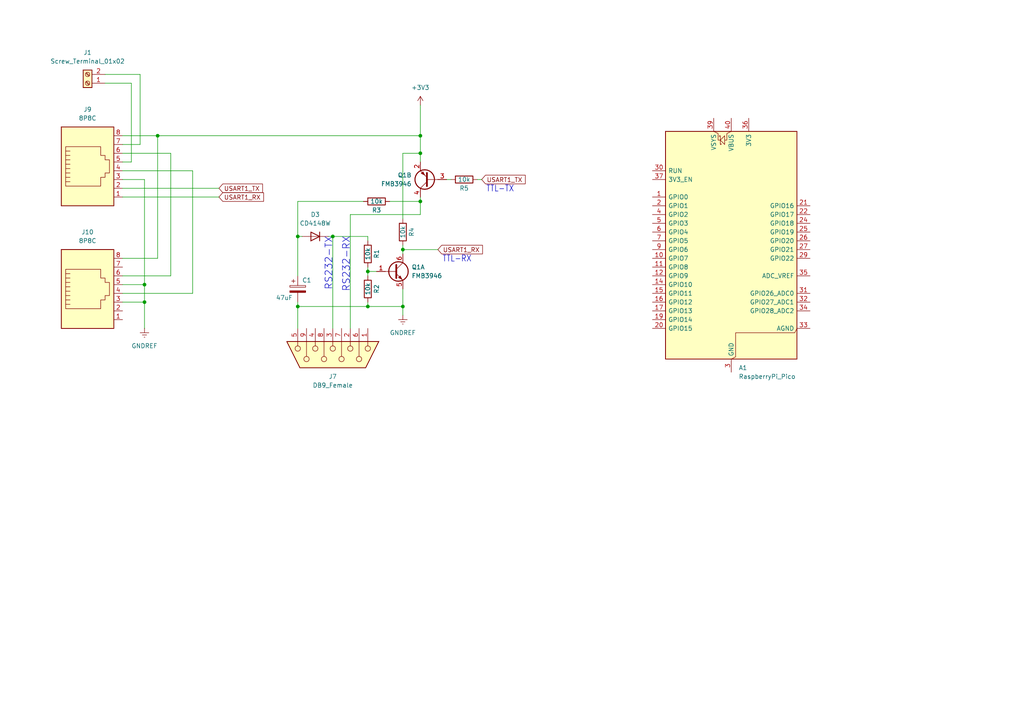
<source format=kicad_sch>
(kicad_sch (version 20250114) (generator "eeschema") (generator_version "9.0")
  (paper "A4")
  (lib_symbols
    (symbol "Connector:8P8C" (pin_names (offset 1.016))
      (property "Reference" "J" (at -5.08 13.97 0))
      (property "Value" "8P8C" (at 2.54 13.97 0))
      (symbol "8P8C_0_1"
        (polyline (pts (xy -6.35 1.905) (xy -5.08 1.905) (xy -5.08 1.905)))
        (polyline (pts (xy -6.35 0.635) (xy -5.08 0.635) (xy -5.08 0.635)))
        (polyline (pts (xy -6.35 -0.635) (xy -5.08 -0.635) (xy -5.08 -0.635)))
        (polyline (pts (xy -6.35 -1.905) (xy -5.08 -1.905) (xy -5.08 -1.905)))
        (polyline (pts (xy -6.35 -3.175) (xy -5.08 -3.175) (xy -5.08 -3.175)))
        (polyline (pts (xy -6.35 -4.445) (xy -6.35 6.985) (xy 3.81 6.985) (xy 3.81 4.445) (xy 5.08 4.445) (xy 5.08 3.175) (xy 6.35 3.175) (xy 6.35 -0.635) (xy 5.08 -0.635) (xy 5.08 -1.905) (xy 3.81 -1.905) (xy 3.81 -4.445) (xy -6.35 -4.445) (xy -6.35 -4.445)))
        (polyline (pts (xy -5.08 5.715) (xy -6.35 5.715)))
        (polyline (pts (xy -5.08 4.445) (xy -6.35 4.445)))
        (polyline (pts (xy -5.08 3.175) (xy -6.35 3.175) (xy -6.35 3.175)))
        (rectangle (start 7.62 12.7) (end -7.62 -10.16) (stroke (width 0.254)) (fill (type background)))
      )
      (symbol "8P8C_1_1"
        (pin passive line (at 10.16 10.16 180) (length 2.54) (name "~") (number "8"))
        (pin passive line (at 10.16 7.62 180) (length 2.54) (name "~") (number "7"))
        (pin passive line (at 10.16 5.08 180) (length 2.54) (name "~") (number "6"))
        (pin passive line (at 10.16 2.54 180) (length 2.54) (name "~") (number "5"))
        (pin passive line (at 10.16 0 180) (length 2.54) (name "~") (number "4"))
        (pin passive line (at 10.16 -2.54 180) (length 2.54) (name "~") (number "3"))
        (pin passive line (at 10.16 -5.08 180) (length 2.54) (name "~") (number "2"))
        (pin passive line (at 10.16 -7.62 180) (length 2.54) (name "~") (number "1"))
      )
    )
    (symbol "Connector:DB9_Female" (pin_names (offset 1.016) (hide yes))
      (property "Reference" "J" (at 0 13.97 0))
      (property "Value" "DB9_Female" (at 0 -14.605 0))
      (symbol "DB9_Female_0_1"
        (polyline (pts (xy -3.81 13.335) (xy -3.81 -13.335) (xy 3.81 -9.525) (xy 3.81 9.525) (xy -3.81 13.335)) (stroke (width 0.254)) (fill (type background)))
        (polyline (pts (xy -3.81 10.16) (xy -2.54 10.16)))
        (polyline (pts (xy -3.81 7.62) (xy 0.508 7.62)))
        (polyline (pts (xy -3.81 5.08) (xy -2.54 5.08)))
        (polyline (pts (xy -3.81 2.54) (xy 0.508 2.54)))
        (polyline (pts (xy -3.81 0) (xy -2.54 0)))
        (polyline (pts (xy -3.81 -2.54) (xy 0.508 -2.54)))
        (polyline (pts (xy -3.81 -5.08) (xy -2.54 -5.08)))
        (polyline (pts (xy -3.81 -7.62) (xy 0.508 -7.62)))
        (polyline (pts (xy -3.81 -10.16) (xy -2.54 -10.16)))
        (circle (center -1.778 10.16) (radius 0.762))
        (circle (center -1.778 5.08) (radius 0.762))
        (circle (center -1.778 0) (radius 0.762))
        (circle (center -1.778 -5.08) (radius 0.762))
        (circle (center -1.778 -10.16) (radius 0.762))
        (circle (center 1.27 7.62) (radius 0.762))
        (circle (center 1.27 2.54) (radius 0.762))
        (circle (center 1.27 -2.54) (radius 0.762))
        (circle (center 1.27 -7.62) (radius 0.762))
      )
      (symbol "DB9_Female_1_1"
        (pin passive line (at -7.62 10.16 0) (length 3.81) (name "1") (number "1"))
        (pin passive line (at -7.62 7.62 0) (length 3.81) (name "6") (number "6"))
        (pin passive line (at -7.62 5.08 0) (length 3.81) (name "2") (number "2"))
        (pin passive line (at -7.62 2.54 0) (length 3.81) (name "7") (number "7"))
        (pin passive line (at -7.62 0 0) (length 3.81) (name "3") (number "3"))
        (pin passive line (at -7.62 -2.54 0) (length 3.81) (name "8") (number "8"))
        (pin passive line (at -7.62 -5.08 0) (length 3.81) (name "4") (number "4"))
        (pin passive line (at -7.62 -7.62 0) (length 3.81) (name "9") (number "9"))
        (pin passive line (at -7.62 -10.16 0) (length 3.81) (name "5") (number "5"))
      )
    )
    (symbol "Connector:Screw_Terminal_01x02" (pin_names (offset 1.016) (hide yes))
      (property "Reference" "J" (at 0 2.54 0))
      (property "Value" "Screw_Terminal_01x02" (at 0 -5.08 0))
      (symbol "Screw_Terminal_01x02_1_1"
        (rectangle (start -1.27 1.27) (end 1.27 -3.81) (stroke (width 0.254)) (fill (type background)))
        (polyline (pts (xy -0.5334 0.3302) (xy 0.3302 -0.508)) (stroke (width 0.1524)))
        (polyline (pts (xy -0.5334 -2.2098) (xy 0.3302 -3.048)) (stroke (width 0.1524)))
        (polyline (pts (xy -0.3556 0.508) (xy 0.508 -0.3302)) (stroke (width 0.1524)))
        (polyline (pts (xy -0.3556 -2.032) (xy 0.508 -2.8702)) (stroke (width 0.1524)))
        (circle (center 0 0) (radius 0.635) (stroke (width 0.1524)))
        (circle (center 0 -2.54) (radius 0.635) (stroke (width 0.1524)))
        (pin passive line (at -5.08 0 0) (length 3.81) (name "Pin_1") (number "1"))
        (pin passive line (at -5.08 -2.54 0) (length 3.81) (name "Pin_2") (number "2"))
      )
    )
    (symbol "Device:C_Polarized" (pin_numbers (hide yes)) (pin_names (offset 0.254))
      (property "Reference" "C" (at 0.635 2.54 0))
      (property "Value" "C_Polarized" (at 0.635 -2.54 0))
      (symbol "C_Polarized_0_1"
        (rectangle (start -2.286 0.508) (end 2.286 1.016))
        (polyline (pts (xy -1.778 2.286) (xy -0.762 2.286)))
        (polyline (pts (xy -1.27 2.794) (xy -1.27 1.778)))
        (rectangle (start 2.286 -0.508) (end -2.286 -1.016) (fill (type outline)))
      )
      (symbol "C_Polarized_1_1"
        (pin passive line (at 0 3.81 270) (length 2.794) (name "~") (number "1"))
        (pin passive line (at 0 -3.81 90) (length 2.794) (name "~") (number "2"))
      )
    )
    (symbol "Device:R" (pin_numbers (hide yes)) (pin_names (offset 0))
      (property "Reference" "R" (at 2.032 0 90))
      (property "Value" "R" (at 0 0 90))
      (symbol "R_0_1"
        (rectangle (start -1.016 -2.54) (end 1.016 2.54) (stroke (width 0.254)))
      )
      (symbol "R_1_1"
        (pin passive line (at 0 3.81 270) (length 1.27) (name "~") (number "1"))
        (pin passive line (at 0 -3.81 90) (length 1.27) (name "~") (number "2"))
      )
    )
    (symbol "Diode:CD4148W" (pin_numbers (hide yes)) (pin_names (hide yes))
      (property "Reference" "D" (at 0 2.54 0))
      (property "Value" "CD4148W" (at 0 -2.54 0))
      (symbol "CD4148W_0_1"
        (polyline (pts (xy -1.27 1.27) (xy -1.27 -1.27)) (stroke (width 0.254)))
        (polyline (pts (xy 1.27 1.27) (xy 1.27 -1.27) (xy -1.27 0) (xy 1.27 1.27)) (stroke (width 0.254)))
        (polyline (pts (xy 1.27 0) (xy -1.27 0)))
      )
      (symbol "CD4148W_1_1"
        (pin passive line (at -3.81 0 0) (length 2.54) (name "K") (number "1"))
        (pin passive line (at 3.81 0 180) (length 2.54) (name "A") (number "2"))
      )
    )
    (symbol "MCU_Module:RaspberryPi_Pico" (pin_names (offset 0.762))
      (property "Reference" "A" (at -19.05 35.56 0))
      (property "Value" "RaspberryPi_Pico" (at 7.62 35.56 0))
      (symbol "RaspberryPi_Pico_0_1"
        (rectangle (start -19.05 34.29) (end 19.05 -31.75) (stroke (width 0.254)) (fill (type background)))
        (polyline (pts (xy -5.08 34.29) (xy -3.81 33.655) (xy -3.81 31.75) (xy -3.175 31.75)))
        (polyline (pts (xy -3.429 32.766) (xy -3.429 33.02) (xy -3.175 33.02) (xy -3.175 30.48) (xy -2.921 30.48) (xy -2.921 30.734)))
        (polyline (pts (xy -3.175 31.75) (xy -1.905 33.02) (xy -1.905 30.48) (xy -3.175 31.75)))
        (polyline (pts (xy 0 34.29) (xy -1.27 33.655) (xy -1.27 31.75) (xy -1.905 31.75)))
        (polyline (pts (xy 0 -31.75) (xy 1.27 -31.115) (xy 1.27 -24.13) (xy 18.415 -24.13) (xy 19.05 -22.86)))
      )
      (symbol "RaspberryPi_Pico_1_1"
        (pin passive line (at -22.86 22.86 0) (length 3.81) (name "RUN") (number "30"))
        (pin passive line (at -22.86 20.32 0) (length 3.81) (name "3V3_EN") (number "37"))
        (pin bidirectional line (at -22.86 15.24 0) (length 3.81) (name "GPIO0") (number "1"))
        (pin bidirectional line (at -22.86 12.7 0) (length 3.81) (name "GPIO1") (number "2"))
        (pin bidirectional line (at -22.86 10.16 0) (length 3.81) (name "GPIO2") (number "4"))
        (pin bidirectional line (at -22.86 7.62 0) (length 3.81) (name "GPIO3") (number "5"))
        (pin bidirectional line (at -22.86 5.08 0) (length 3.81) (name "GPIO4") (number "6"))
        (pin bidirectional line (at -22.86 2.54 0) (length 3.81) (name "GPIO5") (number "7"))
        (pin bidirectional line (at -22.86 0 0) (length 3.81) (name "GPIO6") (number "9"))
        (pin bidirectional line (at -22.86 -2.54 0) (length 3.81) (name "GPIO7") (number "10"))
        (pin bidirectional line (at -22.86 -5.08 0) (length 3.81) (name "GPIO8") (number "11"))
        (pin bidirectional line (at -22.86 -7.62 0) (length 3.81) (name "GPIO9") (number "12"))
        (pin bidirectional line (at -22.86 -10.16 0) (length 3.81) (name "GPIO10") (number "14"))
        (pin bidirectional line (at -22.86 -12.7 0) (length 3.81) (name "GPIO11") (number "15"))
        (pin bidirectional line (at -22.86 -15.24 0) (length 3.81) (name "GPIO12") (number "16"))
        (pin bidirectional line (at -22.86 -17.78 0) (length 3.81) (name "GPIO13") (number "17"))
        (pin bidirectional line (at -22.86 -20.32 0) (length 3.81) (name "GPIO14") (number "19"))
        (pin bidirectional line (at -22.86 -22.86 0) (length 3.81) (name "GPIO15") (number "20"))
        (pin power_in line (at -5.08 38.1 270) (length 3.81) (name "VSYS") (number "39"))
        (pin power_out line (at 0 38.1 270) (length 3.81) (name "VBUS") (number "40"))
        (pin passive line (at 0 -35.56 90) (length 3.81) (hide yes) (name "GND") (number "13"))
        (pin passive line (at 0 -35.56 90) (length 3.81) (hide yes) (name "GND") (number "18"))
        (pin passive line (at 0 -35.56 90) (length 3.81) (hide yes) (name "GND") (number "23"))
        (pin passive line (at 0 -35.56 90) (length 3.81) (hide yes) (name "GND") (number "28"))
        (pin power_out line (at 0 -35.56 90) (length 3.81) (name "GND") (number "3"))
        (pin passive line (at 0 -35.56 90) (length 3.81) (hide yes) (name "GND") (number "38"))
        (pin passive line (at 0 -35.56 90) (length 3.81) (hide yes) (name "GND") (number "8"))
        (pin power_out line (at 5.08 38.1 270) (length 3.81) (name "3V3") (number "36"))
        (pin bidirectional line (at 22.86 12.7 180) (length 3.81) (name "GPIO16") (number "21"))
        (pin bidirectional line (at 22.86 10.16 180) (length 3.81) (name "GPIO17") (number "22"))
        (pin bidirectional line (at 22.86 7.62 180) (length 3.81) (name "GPIO18") (number "24"))
        (pin bidirectional line (at 22.86 5.08 180) (length 3.81) (name "GPIO19") (number "25"))
        (pin bidirectional line (at 22.86 2.54 180) (length 3.81) (name "GPIO20") (number "26"))
        (pin bidirectional line (at 22.86 0 180) (length 3.81) (name "GPIO21") (number "27"))
        (pin bidirectional line (at 22.86 -2.54 180) (length 3.81) (name "GPIO22") (number "29"))
        (pin power_in line (at 22.86 -7.62 180) (length 3.81) (name "ADC_VREF") (number "35"))
        (pin bidirectional line (at 22.86 -12.7 180) (length 3.81) (name "GPIO26_ADC0") (number "31"))
        (pin bidirectional line (at 22.86 -15.24 180) (length 3.81) (name "GPIO27_ADC1") (number "32"))
        (pin bidirectional line (at 22.86 -17.78 180) (length 3.81) (name "GPIO28_ADC2") (number "34"))
        (pin power_out line (at 22.86 -22.86 180) (length 3.81) (name "AGND") (number "33"))
      )
    )
    (symbol "Transistor_BJT:FMB3946" (pin_names (offset 0) (hide yes))
      (property "Reference" "Q" (at 5.08 1.27 0))
      (property "Value" "FMB3946" (at 5.08 -1.27 0))
      (symbol "FMB3946_0_1"
        (polyline (pts (xy 0.635 0) (xy -2.54 0)))
        (circle (center 1.27 0) (radius 2.8194) (stroke (width 0.254)))
        (circle (center 1.27 0) (radius 2.8194) (stroke (width 0.254)))
      )
      (symbol "FMB3946_1_1"
        (polyline (pts (xy 0.635 1.905) (xy 0.635 -1.905) (xy 0.635 -1.905)) (stroke (width 0.508)))
        (polyline (pts (xy 0.635 0.635) (xy 2.54 2.54)))
        (polyline (pts (xy 0.635 -0.635) (xy 2.54 -2.54) (xy 2.54 -2.54)))
        (polyline (pts (xy 1.27 -1.778) (xy 1.778 -1.27) (xy 2.286 -2.286) (xy 1.27 -1.778) (xy 1.27 -1.778)) (fill (type outline)))
        (pin input line (at -5.08 0 0) (length 2.54) (name "B1") (number "1"))
        (pin passive line (at 2.54 5.08 270) (length 2.54) (name "C1") (number "6"))
        (pin passive line (at 2.54 -5.08 90) (length 2.54) (name "E1") (number "5"))
      )
      (symbol "FMB3946_2_1"
        (polyline (pts (xy 0.635 1.905) (xy 0.635 -1.905) (xy 0.635 -1.905)) (stroke (width 0.508)))
        (polyline (pts (xy 0.635 0.635) (xy 2.54 2.54)))
        (polyline (pts (xy 0.635 -0.635) (xy 2.54 -2.54) (xy 2.54 -2.54)))
        (polyline (pts (xy 2.286 -1.778) (xy 1.778 -2.286) (xy 1.27 -1.27) (xy 2.286 -1.778) (xy 2.286 -1.778)) (fill (type outline)))
        (pin input line (at -5.08 0 0) (length 2.54) (name "B2") (number "3"))
        (pin passive line (at 2.54 5.08 270) (length 2.54) (name "C2") (number "4"))
        (pin passive line (at 2.54 -5.08 90) (length 2.54) (name "E2") (number "2"))
      )
    )
    (symbol "power:+3V3" (power) (pin_numbers (hide yes)) (pin_names (offset 0) (hide yes))
      (property "Value" "+3V3" (at 0 3.556 0))
      (symbol "+3V3_0_1"
        (polyline (pts (xy -0.762 1.27) (xy 0 2.54)))
        (polyline (pts (xy 0 2.54) (xy 0.762 1.27)))
        (polyline (pts (xy 0 0) (xy 0 2.54)))
      )
      (symbol "+3V3_1_1"
        (pin power_in line (at 0 0 90) (length 0) (name "~") (number "1"))
      )
    )
    (symbol "power:GNDREF" (power) (pin_numbers (hide yes)) (pin_names (offset 0) (hide yes))
      (property "Value" "GNDREF" (at 0 -3.81 0))
      (symbol "GNDREF_0_1"
        (polyline (pts (xy -0.635 -1.905) (xy 0.635 -1.905)))
        (polyline (pts (xy -0.127 -2.54) (xy 0.127 -2.54)))
        (polyline (pts (xy 0 -1.27) (xy 0 0)))
        (polyline (pts (xy 1.27 -1.27) (xy -1.27 -1.27)))
      )
      (symbol "GNDREF_1_1"
        (pin power_in line (at 0 0 270) (length 0) (name "~") (number "1"))
      )
    )
  )
  (text "TTL-RX" (at 128.27 76.2 0) (effects (font (size 1.778 1.5113)) (justify left bottom)))
  (text "RS232-RX" (at 101.6 68.58 90) (effects (font (size 2 2)) (justify right bottom)))
  (text "TTL-TX" (at 140.97 55.88 0) (effects (font (size 1.778 1.5113)) (justify left bottom)))
  (text "RS232-TX" (at 96.52 68.58 90) (effects (font (size 2 2)) (justify right bottom)))
  (junction (at 121.92 44.45))
  (junction (at 121.92 58.42))
  (junction (at 116.84 88.9))
  (junction (at 86.36 88.9))
  (junction (at 106.68 78.74))
  (junction (at 116.84 72.39))
  (junction (at 96.52 68.58))
  (junction (at 106.68 88.9))
  (junction (at 45.72 39.37))
  (junction (at 41.91 82.55))
  (junction (at 86.36 68.58))
  (junction (at 41.91 87.63))
  (junction (at 121.92 39.37))
  (wire (pts (xy 35.56 74.93) (xy 45.72 74.93)))
  (wire (pts (xy 35.56 44.45) (xy 49.53 44.45)))
  (wire (pts (xy 86.36 95.25) (xy 86.36 88.9)))
  (wire (pts (xy 35.56 82.55) (xy 41.91 82.55)))
  (wire (pts (xy 116.84 83.82) (xy 116.84 88.9)))
  (wire (pts (xy 121.92 39.37) (xy 121.92 30.48)))
  (wire (pts (xy 86.36 87.63) (xy 86.36 88.9)))
  (wire (pts (xy 116.84 72.39) (xy 127 72.39)))
  (wire (pts (xy 101.6 62.23) (xy 121.92 62.23)))
  (wire (pts (xy 35.56 85.09) (xy 55.88 85.09)))
  (wire (pts (xy 45.72 74.93) (xy 45.72 39.37)))
  (wire (pts (xy 35.56 49.53) (xy 55.88 49.53)))
  (wire (pts (xy 41.91 87.63) (xy 35.56 87.63)))
  (wire (pts (xy 38.1 46.99) (xy 38.1 24.13)))
  (wire (pts (xy 35.56 46.99) (xy 38.1 46.99)))
  (wire (pts (xy 129.54 52.07) (xy 130.81 52.07)))
  (wire (pts (xy 113.03 58.42) (xy 121.92 58.42)))
  (wire (pts (xy 121.92 44.45) (xy 121.92 46.99)))
  (wire (pts (xy 35.56 80.01) (xy 49.53 80.01)))
  (wire (pts (xy 40.64 41.91) (xy 40.64 21.59)))
  (wire (pts (xy 106.68 88.9) (xy 116.84 88.9)))
  (wire (pts (xy 106.68 78.74) (xy 106.68 80.01)))
  (wire (pts (xy 35.56 57.15) (xy 63.5 57.15)))
  (wire (pts (xy 35.56 54.61) (xy 63.5 54.61)))
  (wire (pts (xy 121.92 57.15) (xy 121.92 58.42)))
  (wire (pts (xy 116.84 44.45) (xy 121.92 44.45)))
  (wire (pts (xy 35.56 39.37) (xy 45.72 39.37)))
  (wire (pts (xy 40.64 21.59) (xy 30.48 21.59)))
  (wire (pts (xy 121.92 58.42) (xy 121.92 62.23)))
  (wire (pts (xy 86.36 68.58) (xy 86.36 80.01)))
  (wire (pts (xy 116.84 88.9) (xy 116.84 91.44)))
  (wire (pts (xy 49.53 44.45) (xy 49.53 80.01)))
  (wire (pts (xy 138.43 52.07) (xy 139.7 52.07)))
  (wire (pts (xy 41.91 95.25) (xy 41.91 87.63)))
  (wire (pts (xy 116.84 44.45) (xy 116.84 63.5)))
  (wire (pts (xy 41.91 82.55) (xy 41.91 87.63)))
  (wire (pts (xy 96.52 68.58) (xy 106.68 68.58)))
  (wire (pts (xy 86.36 58.42) (xy 105.41 58.42)))
  (wire (pts (xy 121.92 39.37) (xy 121.92 44.45)))
  (wire (pts (xy 106.68 78.74) (xy 109.22 78.74)))
  (wire (pts (xy 121.92 39.37) (xy 45.72 39.37)))
  (wire (pts (xy 116.84 72.39) (xy 116.84 73.66)))
  (wire (pts (xy 86.36 58.42) (xy 86.36 68.58)))
  (wire (pts (xy 116.84 71.12) (xy 116.84 72.39)))
  (wire (pts (xy 95.25 68.58) (xy 96.52 68.58)))
  (wire (pts (xy 101.6 62.23) (xy 101.6 95.25)))
  (wire (pts (xy 55.88 85.09) (xy 55.88 49.53)))
  (wire (pts (xy 106.68 68.58) (xy 106.68 69.85)))
  (wire (pts (xy 35.56 52.07) (xy 41.91 52.07)))
  (wire (pts (xy 86.36 68.58) (xy 87.63 68.58)))
  (wire (pts (xy 86.36 88.9) (xy 106.68 88.9)))
  (wire (pts (xy 38.1 24.13) (xy 30.48 24.13)))
  (wire (pts (xy 41.91 52.07) (xy 41.91 82.55)))
  (wire (pts (xy 35.56 41.91) (xy 40.64 41.91)))
  (wire (pts (xy 96.52 95.25) (xy 96.52 68.58)))
  (wire (pts (xy 106.68 87.63) (xy 106.68 88.9)))
  (wire (pts (xy 106.68 77.47) (xy 106.68 78.74)))
  (global_label "USART1_RX" (shape input) (at 127 72.39 0) (property "Intersheetrefs" "${INTERSHEET_REFS}" (effects (hide yes))))
  (global_label "USART1_TX" (shape input) (at 139.7 52.07 0) (property "Intersheetrefs" "${INTERSHEET_REFS}" (effects (hide yes))))
  (global_label "USART1_RX" (shape input) (at 63.5 57.15 0) (property "Intersheetrefs" "${INTERSHEET_REFS}" (effects (hide yes))))
  (global_label "USART1_TX" (shape input) (at 63.5 54.61 0) (property "Intersheetrefs" "${INTERSHEET_REFS}" (effects (hide yes))))
  (symbol (lib_id "power:GNDREF") (at 41.91 95.25 0) (unit 1)
    (property "Reference" "#PWR06" (effects (hide yes)))
    (property "Value" "GNDREF" (at 41.91 100.33 0))
    (property "Description" "Power symbol creates a global label with name \"GNDREF\" , reference supply ground" (effects (hide yes)))
  )
  (symbol (lib_id "power:GNDREF") (at 116.84 91.44 0) (unit 1)
    (property "Reference" "#PWR05" (effects (hide yes)))
    (property "Value" "GNDREF" (at 116.84 96.52 0))
    (property "Description" "Power symbol creates a global label with name \"GNDREF\" , reference supply ground" (effects (hide yes)))
  )
  (symbol (lib_id "MCU_Module:RaspberryPi_Pico") (at 212.09 72.39 0) (unit 1)
    (property "Reference" "A1" (at 214.2333 106.68 0) (effects (justify left)))
    (property "Value" "RaspberryPi_Pico" (at 214.2333 109.22 0) (effects (justify left)))
    (property "Footprint" "Module:RaspberryPi_Pico_Common_Unspecified" (effects (hide yes)))
    (property "Datasheet" "https://datasheets.raspberrypi.com/pico/pico-datasheet.pdf" (effects (hide yes)))
    (property "Description" "Versatile and inexpensive microcontroller module powered by RP2040 dual-core Arm Cortex-M0+ processor up to 133 MHz, 264kB SRAM, 2MB QSPI flash; also supports Raspberry Pi Pico 2" (effects (hide yes)))
  )
  (symbol (lib_id "Diode:CD4148W") (at 91.44 68.58 180) (unit 1)
    (property "Reference" "D3" (at 91.44 62.23 0))
    (property "Value" "CD4148W" (at 91.44 64.77 0))
    (property "Footprint" "Diode_SMD:D_0805_2012Metric" (effects (hide yes)))
    (property "Datasheet" "https://www.dccomponents.com/upload/product/original/623524775088.pdf" (effects (hide yes)))
    (property "Description" "75V 0.15A Switching Diode, 0805" (effects (hide yes)))
    (property "Sim.Device" "D" (effects (hide yes)))
    (property "Sim.Pins" "1=K 2=A" (effects (hide yes)))
  )
  (symbol (lib_id "Device:R") (at 109.22 58.42 90) (unit 1)
    (property "Reference" "R3" (at 109.22 60.96 90))
    (property "Value" "10k" (at 109.22 58.42 90))
    (property "Footprint" "Resistor_SMD:R_1206_3216Metric_Pad1.30x1.75mm_HandSolder" (effects (hide yes)))
  )
  (symbol (lib_id "Transistor_BJT:FMB3946") (at 124.46 52.07 180) (unit 2)
    (property "Reference" "Q1" (at 119.38 50.7999 0) (effects (justify left)))
    (property "Value" "FMB3946" (at 119.38 53.3399 0) (effects (justify left)))
    (property "Footprint" "Package_TO_SOT_SMD:TSOT-23-6_HandSoldering" (effects (hide yes)))
    (property "Datasheet" "http://www.onsemi.com/pub/Collateral/FMB3946-D.pdf" (effects (hide yes)))
  )
  (symbol (lib_id "power:+3V3") (at 121.92 30.48 0) (unit 1)
    (property "Reference" "#PWR01" (effects (hide yes)))
    (property "Value" "+3V3" (at 121.92 25.4 0))
    (property "Description" "Power symbol creates a global label with name \"+3V3\"" (effects (hide yes)))
  )
  (symbol (lib_id "Device:R") (at 134.62 52.07 90) (unit 1)
    (property "Reference" "R5" (at 134.62 54.61 90))
    (property "Value" "10k" (at 134.62 52.07 90))
    (property "Footprint" "Resistor_SMD:R_1206_3216Metric_Pad1.30x1.75mm_HandSolder" (effects (hide yes)))
  )
  (symbol (lib_id "Connector:8P8C") (at 25.4 49.53 0) (unit 1)
    (property "Reference" "J9" (at 25.4 31.75 0))
    (property "Value" "8P8C" (at 25.4 34.29 0))
    (property "Footprint" "Connector_RJ:RJ45_Amphenol_54602-x08_Horizontal" (effects (hide yes)))
    (property "Description" "RJ connector, 8P8C (8 positions 8 connected), RJ31/RJ32/RJ33/RJ34/RJ35/RJ41/RJ45/RJ49/RJ61" (effects (hide yes)))
  )
  (symbol (lib_id "Connector:Screw_Terminal_01x02") (at 25.4 24.13 180) (unit 1)
    (property "Reference" "J1" (at 25.4 15.24 0))
    (property "Value" "Screw_Terminal_01x02" (at 25.4 17.78 0))
    (property "Description" "Generic screw terminal, single row, 01x02, script generated (kicad-library-utils/schlib/autogen/connector/)" (effects (hide yes)))
  )
  (symbol (lib_id "Connector:DB9_Female") (at 96.52 102.87 270) (unit 1)
    (property "Reference" "J7" (at 96.52 109.22 90))
    (property "Value" "DB9_Female" (at 96.52 111.76 90))
    (property "Footprint" "Connector_Dsub:DSUB-9_Female_Horizontal_P2.77x2.84mm_EdgePinOffset9.90mm_Housed_MountingHolesOffset11.32mm" (effects (hide yes)))
    (property "Datasheet" " ~" (effects (hide yes)))
  )
  (symbol (lib_id "Transistor_BJT:FMB3946") (at 114.3 78.74 0) (unit 1)
    (property "Reference" "Q1" (at 119.38 77.4699 0) (effects (justify left)))
    (property "Value" "FMB3946" (at 119.38 80.0099 0) (effects (justify left)))
    (property "Footprint" "Package_TO_SOT_SMD:TSOT-23-6_HandSoldering" (effects (hide yes)))
    (property "Datasheet" "http://www.onsemi.com/pub/Collateral/FMB3946-D.pdf" (effects (hide yes)))
  )
  (symbol (lib_id "Device:C_Polarized") (at 86.36 83.82 0) (unit 1)
    (property "Reference" "C1" (at 87.63 81.28 0) (effects (justify left)))
    (property "Value" "47uF" (at 80.01 86.36 0) (effects (justify left)))
    (property "Footprint" "Capacitor_SMD:C_1206_3216Metric_Pad1.33x1.80mm_HandSolder" (effects (hide yes)))
  )
  (symbol (lib_id "Device:R") (at 116.84 67.31 180) (unit 1)
    (property "Reference" "R4" (at 119.38 67.31 90))
    (property "Value" "10k" (at 116.84 67.31 90))
    (property "Footprint" "Resistor_SMD:R_1206_3216Metric_Pad1.30x1.75mm_HandSolder" (effects (hide yes)))
  )
  (symbol (lib_id "Device:R") (at 106.68 73.66 180) (unit 1)
    (property "Reference" "R1" (at 109.22 73.66 90))
    (property "Value" "10k" (at 106.68 73.66 90))
    (property "Footprint" "Resistor_SMD:R_1206_3216Metric_Pad1.30x1.75mm_HandSolder" (effects (hide yes)))
  )
  (symbol (lib_id "Connector:8P8C") (at 25.4 85.09 0) (unit 1)
    (property "Reference" "J10" (at 25.4 67.31 0))
    (property "Value" "8P8C" (at 25.4 69.85 0))
    (property "Footprint" "Connector_RJ:RJ45_Amphenol_54602-x08_Horizontal" (effects (hide yes)))
    (property "Description" "RJ connector, 8P8C (8 positions 8 connected), RJ31/RJ32/RJ33/RJ34/RJ35/RJ41/RJ45/RJ49/RJ61" (effects (hide yes)))
  )
  (symbol (lib_id "Device:R") (at 106.68 83.82 180) (unit 1)
    (property "Reference" "R2" (at 109.22 83.82 90))
    (property "Value" "10k" (at 106.68 83.82 90))
    (property "Footprint" "Resistor_SMD:R_1206_3216Metric_Pad1.30x1.75mm_HandSolder" (effects (hide yes)))
  )
)
</source>
